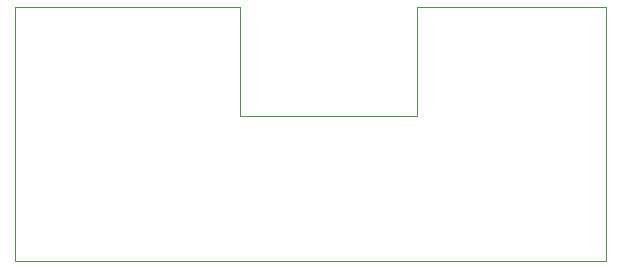
<source format=gbr>
%TF.GenerationSoftware,KiCad,Pcbnew,7.0.7*%
%TF.CreationDate,2024-02-01T03:43:03-06:00*%
%TF.ProjectId,Md-rev-1,4d642d72-6576-42d3-912e-6b696361645f,rev?*%
%TF.SameCoordinates,Original*%
%TF.FileFunction,Profile,NP*%
%FSLAX46Y46*%
G04 Gerber Fmt 4.6, Leading zero omitted, Abs format (unit mm)*
G04 Created by KiCad (PCBNEW 7.0.7) date 2024-02-01 03:43:03*
%MOMM*%
%LPD*%
G01*
G04 APERTURE LIST*
%TA.AperFunction,Profile*%
%ADD10C,0.100000*%
%TD*%
G04 APERTURE END LIST*
D10*
X164000000Y-104140000D02*
X180000000Y-104140000D01*
X180000000Y-125630000D02*
X130000000Y-125630000D01*
X130000000Y-104140000D02*
X130000000Y-125630000D01*
X130000000Y-104140000D02*
X149000000Y-104140000D01*
X149000000Y-113340000D02*
X164000000Y-113340000D01*
X149000000Y-104140000D02*
X149000000Y-113340000D01*
X164000000Y-113340000D02*
X164000000Y-104140000D01*
X180000000Y-104140000D02*
X180000000Y-125630000D01*
M02*

</source>
